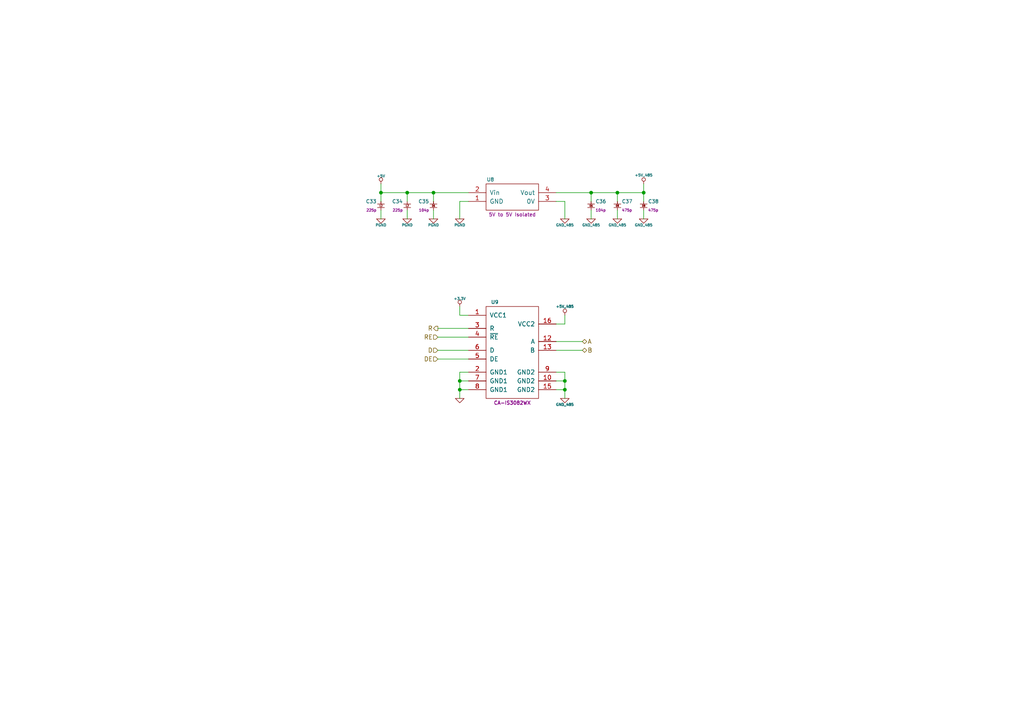
<source format=kicad_sch>
(kicad_sch (version 20231120) (generator "eeschema") (generator_version "8.0")
  (paper "A4")
  (lib_symbols
    (symbol "+5V_ISO_1" (power) (pin_names (offset 1.016))
      (property "Value" "+5V_485" (at 0 2.54 0))
      (symbol "+5V_ISO_1_0_1"
        (polyline (pts (xy 0 0) (xy 0 0.762) (xy 0 0.762) (xy 0 0.762)))
        (circle (center 0 1.27) (radius 0.508))
      )
      (symbol "+5V_ISO_1_1_0"
        (pin power_in line (at 0 0 90) (length 0) hide (name "+5V_485") (number "1"))
      )
    )
    (symbol "Capacitor_MLCC:0603B104K500" (pin_numbers hide) (pin_names (offset 1.016) hide)
      (property "Reference" "C" (at 1.27 1.27 0))
      (property "#Value" "104p" (at 1.27 -1.27 0))
      (symbol "0603B104K500_0_0"
        (text "06" (at 0 0 0) (effects (font (size 0.508 0.508))))
      )
      (symbol "0603B104K500_0_1"
        (polyline (pts (xy -1.016 -0.508) (xy 1.016 -0.508)))
        (polyline (pts (xy -1.016 0.508) (xy 1.016 0.508)))
        (polyline (pts (xy 0 1.27) (xy 0 0.635) (xy 0 0.635)))
      )
      (symbol "0603B104K500_1_1"
        (pin passive line (at 0 -1.27 90) (length 0.762) (name "~") (number "1"))
        (pin passive line (at 0 1.27 270) (length 0.762) (name "~") (number "2"))
      )
    )
    (symbol "Capacitor_MLCC:0805B475K160" (pin_numbers hide) (pin_names (offset 1.016) hide)
      (property "Reference" "C" (at 1.27 1.27 0))
      (property "#Value" "475p" (at 1.27 -1.27 0))
      (symbol "0805B475K160_0_0"
        (text "08" (at 0 0 0) (effects (font (size 0.508 0.508))))
      )
      (symbol "0805B475K160_0_1"
        (polyline (pts (xy -1.016 -0.508) (xy 1.016 -0.508)))
        (polyline (pts (xy -1.016 0.508) (xy 1.016 0.508)))
        (polyline (pts (xy 0 1.27) (xy 0 0.635) (xy 0 0.635)))
      )
      (symbol "0805B475K160_1_1"
        (pin passive line (at 0 -1.27 90) (length 0.762) (name "~") (number "1"))
        (pin passive line (at 0 1.27 270) (length 0.762) (name "~") (number "2"))
      )
    )
    (symbol "Capacitor_MLCC:1206B225K500" (pin_numbers hide) (pin_names (offset 1.016) hide)
      (property "Reference" "C" (at 1.27 1.27 0))
      (property "#Value" "225p" (at 1.27 -1.27 0))
      (symbol "1206B225K500_0_0"
        (text "12" (at 0 0 0) (effects (font (size 0.508 0.508))))
      )
      (symbol "1206B225K500_0_1"
        (polyline (pts (xy -1.016 -0.508) (xy 1.016 -0.508)))
        (polyline (pts (xy -1.016 0.508) (xy 1.016 0.508)))
        (polyline (pts (xy 0 1.27) (xy 0 0.635) (xy 0 0.635)))
      )
      (symbol "1206B225K500_1_1"
        (pin passive line (at 0 -1.27 90) (length 0.762) (name "~") (number "1"))
        (pin passive line (at 0 1.27 270) (length 0.762) (name "~") (number "2"))
      )
    )
    (symbol "GND_ISO_1" (power) (pin_names (offset 0))
      (property "Value" "GND_485" (at 0 -1.778 0))
      (symbol "GND_ISO_1_0_1"
        (polyline (pts (xy -1.27 0) (xy 0 -1.27) (xy 1.27 0) (xy -1.27 0)))
      )
      (symbol "GND_ISO_1_1_1"
        (pin power_in line (at 0 0 90) (length 0) hide (name "GND_485") (number "1"))
      )
    )
    (symbol "Power_Module:B0505S-1W_ReSine PS" (pin_names (offset 1.016))
      (property "Reference" "U" (at -6.35 10.16 0))
      (property "#Value" "5V to 5V Isolated" (at 0 0 0))
      (symbol "B0505S-1W_ReSine PS_0_1"
        (rectangle (start -7.62 8.89) (end 7.62 1.27))
      )
      (symbol "B0505S-1W_ReSine PS_1_1"
        (pin power_in line (at -12.7 3.81 0) (length 5.08) (name "GND") (number "1"))
        (pin power_in line (at -12.7 6.35 0) (length 5.08) (name "Vin") (number "2"))
        (pin power_out line (at 12.7 3.81 180) (length 5.08) (name "0V") (number "3"))
        (pin power_out line (at 12.7 6.35 180) (length 5.08) (name "Vout") (number "4"))
      )
    )
    (symbol "Transceiver:CA-IS3082WX" (pin_names (offset 1.016))
      (property "Reference" "U" (at -5.08 29.21 0))
      (property "#Value" "CA-IS3082WX" (at 0 0 0))
      (symbol "CA-IS3082WX_0_1"
        (rectangle (start -7.62 27.94) (end 7.62 1.27))
      )
      (symbol "CA-IS3082WX_1_1"
        (pin power_in line (at -12.7 25.4 0) (length 5.08) (name "VCC1") (number "1"))
        (pin power_in line (at 12.7 6.35 180) (length 5.08) (name "GND2") (number "10"))
        (pin bidirectional line (at 12.7 17.78 180) (length 5.08) (name "A") (number "12"))
        (pin bidirectional line (at 12.7 15.24 180) (length 5.08) (name "B") (number "13"))
        (pin power_in line (at 12.7 3.81 180) (length 5.08) (name "GND2") (number "15"))
        (pin power_in line (at 12.7 22.86 180) (length 5.08) (name "VCC2") (number "16"))
        (pin power_in line (at -12.7 8.89 0) (length 5.08) (name "GND1") (number "2"))
        (pin output line (at -12.7 21.59 0) (length 5.08) (name "R") (number "3"))
        (pin input line (at -12.7 19.05 0) (length 5.08) (name "~{RE}") (number "4"))
        (pin input line (at -12.7 12.7 0) (length 5.08) (name "DE") (number "5"))
        (pin input line (at -12.7 15.24 0) (length 5.08) (name "D") (number "6"))
        (pin power_in line (at -12.7 6.35 0) (length 5.08) (name "GND1") (number "7"))
        (pin power_in line (at -12.7 3.81 0) (length 5.08) (name "GND1") (number "8"))
        (pin power_in line (at 12.7 8.89 180) (length 5.08) (name "GND2") (number "9"))
      )
    )
    (symbol "power:+3.3V" (power) (pin_names (offset 1.016))
      (property "Value" "+3.3V" (at 0 2.286 0))
      (symbol "+3.3V_0_0"
        (pin power_in line (at 0 0 90) (length 0) hide (name "+3.3V") (number "1"))
      )
      (symbol "+3.3V_0_1"
        (polyline (pts (xy 0 0) (xy 0 0.762) (xy 0 0.762) (xy 0 0.762)))
        (circle (center 0 1.27) (radius 0.508))
      )
    )
    (symbol "power:+5V" (power) (pin_names (offset 1.016))
      (property "Value" "+5V" (at 0 2.286 0))
      (symbol "+5V_0_0"
        (pin power_in line (at 0 0 90) (length 0) hide (name "+5V") (number "1"))
      )
      (symbol "+5V_0_1"
        (polyline (pts (xy 0 0) (xy 0 0.762) (xy 0 0.762) (xy 0 0.762)))
        (circle (center 0 1.27) (radius 0.508))
      )
    )
    (symbol "power:GND" (power) (pin_names (offset 0))
      (symbol "GND_0_1"
        (polyline (pts (xy -1.27 0) (xy 0 -1.27) (xy 1.27 0) (xy -1.27 0)))
      )
      (symbol "GND_1_1"
        (pin power_in line (at 0 0 90) (length 0) hide (name "GND") (number "1"))
      )
    )
    (symbol "power:PGND" (power) (pin_names (offset 0))
      (property "Value" "PGND" (at 0 -1.778 0))
      (symbol "PGND_0_1"
        (polyline (pts (xy -1.27 0) (xy 0 -1.27) (xy 1.27 0) (xy -1.27 0)))
      )
      (symbol "PGND_1_1"
        (pin power_in line (at 0 0 90) (length 0) hide (name "PGND") (number "1"))
      )
    )
  )
  (junction (at 163.83 113.03))
  (junction (at 125.73 55.88))
  (junction (at 118.11 55.88))
  (junction (at 133.35 110.49))
  (junction (at 163.83 110.49))
  (junction (at 110.49 55.88))
  (junction (at 133.35 113.03))
  (junction (at 179.07 55.88))
  (junction (at 171.45 55.88))
  (junction (at 186.69 55.88))
  (wire (pts (xy 163.83 113.03) (xy 161.29 113.03)))
  (wire (pts (xy 179.07 60.96) (xy 179.07 63.5)))
  (wire (pts (xy 127 95.25) (xy 135.89 95.25)))
  (wire (pts (xy 125.73 55.88) (xy 135.89 55.88)))
  (wire (pts (xy 161.29 110.49) (xy 163.83 110.49)))
  (wire (pts (xy 163.83 115.57) (xy 163.83 113.03)))
  (wire (pts (xy 110.49 60.96) (xy 110.49 63.5)))
  (wire (pts (xy 163.83 91.44) (xy 163.83 93.98)))
  (wire (pts (xy 133.35 113.03) (xy 135.89 113.03)))
  (wire (pts (xy 171.45 55.88) (xy 171.45 58.42)))
  (wire (pts (xy 133.35 110.49) (xy 135.89 110.49)))
  (wire (pts (xy 110.49 55.88) (xy 110.49 58.42)))
  (wire (pts (xy 163.83 58.42) (xy 163.83 63.5)))
  (wire (pts (xy 127 104.14) (xy 135.89 104.14)))
  (wire (pts (xy 133.35 88.9) (xy 133.35 91.44)))
  (wire (pts (xy 161.29 99.06) (xy 168.91 99.06)))
  (wire (pts (xy 186.69 60.96) (xy 186.69 63.5)))
  (wire (pts (xy 163.83 107.95) (xy 163.83 110.49)))
  (wire (pts (xy 125.73 60.96) (xy 125.73 63.5)))
  (wire (pts (xy 127 97.79) (xy 135.89 97.79)))
  (wire (pts (xy 135.89 58.42) (xy 133.35 58.42)))
  (wire (pts (xy 161.29 101.6) (xy 168.91 101.6)))
  (wire (pts (xy 135.89 91.44) (xy 133.35 91.44)))
  (wire (pts (xy 110.49 53.34) (xy 110.49 55.88)))
  (wire (pts (xy 118.11 55.88) (xy 110.49 55.88)))
  (wire (pts (xy 163.83 110.49) (xy 163.83 113.03)))
  (wire (pts (xy 161.29 107.95) (xy 163.83 107.95)))
  (wire (pts (xy 161.29 93.98) (xy 163.83 93.98)))
  (wire (pts (xy 186.69 53.34) (xy 186.69 55.88)))
  (wire (pts (xy 135.89 107.95) (xy 133.35 107.95)))
  (wire (pts (xy 161.29 58.42) (xy 163.83 58.42)))
  (wire (pts (xy 133.35 110.49) (xy 133.35 113.03)))
  (wire (pts (xy 133.35 58.42) (xy 133.35 63.5)))
  (wire (pts (xy 127 101.6) (xy 135.89 101.6)))
  (wire (pts (xy 125.73 55.88) (xy 125.73 58.42)))
  (wire (pts (xy 133.35 107.95) (xy 133.35 110.49)))
  (wire (pts (xy 125.73 55.88) (xy 118.11 55.88)))
  (wire (pts (xy 118.11 55.88) (xy 118.11 58.42)))
  (wire (pts (xy 186.69 55.88) (xy 186.69 58.42)))
  (wire (pts (xy 171.45 55.88) (xy 179.07 55.88)))
  (wire (pts (xy 133.35 113.03) (xy 133.35 115.57)))
  (wire (pts (xy 171.45 60.96) (xy 171.45 63.5)))
  (wire (pts (xy 179.07 55.88) (xy 179.07 58.42)))
  (wire (pts (xy 118.11 60.96) (xy 118.11 63.5)))
  (wire (pts (xy 179.07 55.88) (xy 186.69 55.88)))
  (wire (pts (xy 161.29 55.88) (xy 171.45 55.88)))
  (hierarchical_label "R" (shape output) (at 127 95.25 180))
  (hierarchical_label "D" (shape input) (at 127 101.6 180))
  (hierarchical_label "RE" (shape input) (at 127 97.79 180))
  (hierarchical_label "B" (shape bidirectional) (at 168.91 101.6 0))
  (hierarchical_label "A" (shape bidirectional) (at 168.91 99.06 0))
  (hierarchical_label "DE" (shape input) (at 127 104.14 180))
  (symbol (lib_name "GND_ISO_1") (lib_id "power:GND_ISO") (at 163.83 63.5 0) (unit 1)
    (property "Reference" "#GND_01" (effects (hide yes)))
    (property "Value" "GND_485" (at 163.83 65.278 0) (effects (font (size 0.762 0.762))))
  )
  (symbol (lib_name "+5V_ISO_1") (lib_id "power:+5V_ISO") (at 186.69 53.34 0) (unit 1)
    (property "Reference" "#5V_485" (effects (hide yes)))
    (property "Value" "+5V_485" (at 186.69 50.8 0) (effects (font (size 0.762 0.762))))
  )
  (symbol (lib_id "power:PGND") (at 118.11 63.5 0) (unit 1)
    (property "Reference" "#PWR063" (effects (hide yes)))
    (property "Value" "PGND" (at 118.11 65.278 0) (effects (font (size 0.762 0.762))))
  )
  (symbol (lib_id "Power_Module:B0505S-1W_ReSine PS") (at 148.59 62.23 0) (unit 1)
    (property "Reference" "U8" (at 142.24 52.07 0) (effects (font (size 1.016 1.016))))
    (property "Value" "B0505S-1W" (effects (hide yes)))
    (property "Footprint" "ReSine PS:BXXS-1W" (effects (hide yes)))
    (property "Description" "1W, FIXED INPUT ISOLATED & UNREGULATED SINGLE OUTPUT MINIATURE SIP PACKAGE" (effects (hide yes)))
    (property "Manufacturer" "ReSine PS" (effects (hide yes)))
    (property "#Value" "5V to 5V Isolated" (at 148.59 62.23 0) (effects (font (size 1.016 1.016))))
  )
  (symbol (lib_id "power:+3.3V") (at 133.35 88.9 0) (unit 1)
    (property "Reference" "#PWR071" (effects (hide yes)))
    (property "Value" "+3.3V" (at 133.35 86.614 0) (effects (font (size 0.762 0.762))))
  )
  (symbol (lib_id "Transceiver:CA-IS3082WX") (at 148.59 116.84 0) (unit 1)
    (property "Reference" "U9" (at 143.51 87.63 0) (effects (font (size 1.016 1.016))))
    (property "Value" "CA-IS3082WX" (effects (hide yes)))
    (property "Footprint" "SO:SOIC-16-WB" (effects (hide yes)))
    (property "Description" "5-kVRMS Isolated RS-485/RS-422 Transceiver" (effects (hide yes)))
    (property "Manufacturer" "TI" (effects (hide yes)))
    (property "#Value" "CA-IS3082WX" (at 148.59 116.84 0) (effects (font (size 1.016 1.016))))
  )
  (symbol (lib_id "power:GND") (at 133.35 115.57 0) (unit 1)
    (property "Reference" "#PWR072" (effects (hide yes)))
    (property "Value" "GND" (effects (hide yes)))
  )
  (symbol (lib_id "power:PGND") (at 110.49 63.5 0) (unit 1)
    (property "Reference" "#PWR062" (effects (hide yes)))
    (property "Value" "PGND" (at 110.49 65.278 0) (effects (font (size 0.762 0.762))))
  )
  (symbol (lib_name "GND_ISO_1") (lib_id "power:GND_ISO") (at 186.69 63.5 0) (unit 1)
    (property "Reference" "#GND_04" (effects (hide yes)))
    (property "Value" "GND_485" (at 186.69 65.278 0) (effects (font (size 0.762 0.762))))
  )
  (symbol (lib_id "power:PGND") (at 133.35 63.5 0) (unit 1)
    (property "Reference" "#PWR065" (effects (hide yes)))
    (property "Value" "PGND" (at 133.35 65.278 0) (effects (font (size 0.762 0.762))))
  )
  (symbol (lib_id "Capacitor_MLCC:0805B475K160") (at 186.69 59.69 0) (unit 1)
    (property "Reference" "C38" (at 187.96 58.42 0) (effects (font (size 1.016 1.016)) (justify left)))
    (property "Value" "0805B475K160" (effects (hide yes)))
    (property "Footprint" "SMC:0805" (effects (hide yes)))
    (property "Description" "4.7uF ±10% 16V X7R" (effects (hide yes)))
    (property "Manufacturer" "WALSIN" (effects (hide yes)))
    (property "#Value" "475p" (at 187.96 60.96 0) (effects (font (size 0.762 0.762)) (justify left)))
  )
  (symbol (lib_name "GND_ISO_1") (lib_id "power:GND_ISO") (at 171.45 63.5 0) (unit 1)
    (property "Reference" "#GND_02" (effects (hide yes)))
    (property "Value" "GND_485" (at 171.45 65.278 0) (effects (font (size 0.762 0.762))))
  )
  (symbol (lib_id "power:+5V") (at 110.49 53.34 0) (unit 1)
    (property "Reference" "#PWR061" (effects (hide yes)))
    (property "Value" "+5V" (at 110.49 51.054 0) (effects (font (size 0.762 0.762))))
  )
  (symbol (lib_id "Capacitor_MLCC:1206B225K500") (at 118.11 59.69 0) (mirror y) (unit 1)
    (property "Reference" "C34" (at 116.84 58.42 0) (effects (font (size 1.016 1.016)) (justify left)))
    (property "Value" "1206B225K500" (effects (hide yes)))
    (property "Footprint" "SMC:0805" (effects (hide yes)))
    (property "Description" "2.2uF ±10% 50V X7R" (effects (hide yes)))
    (property "Manufacturer" "WALSIN" (effects (hide yes)))
    (property "#Value" "225p" (at 116.84 60.96 0) (effects (font (size 0.762 0.762)) (justify left)))
  )
  (symbol (lib_id "Capacitor_MLCC:0805B475K160") (at 179.07 59.69 0) (unit 1)
    (property "Reference" "C37" (at 180.34 58.42 0) (effects (font (size 1.016 1.016)) (justify left)))
    (property "Value" "0805B475K160" (effects (hide yes)))
    (property "Footprint" "SMC:0805" (effects (hide yes)))
    (property "Description" "4.7uF ±10% 16V X7R" (effects (hide yes)))
    (property "Manufacturer" "WALSIN" (effects (hide yes)))
    (property "#Value" "475p" (at 180.34 60.96 0) (effects (font (size 0.762 0.762)) (justify left)))
  )
  (symbol (lib_id "power:PGND") (at 125.73 63.5 0) (unit 1)
    (property "Reference" "#PWR064" (effects (hide yes)))
    (property "Value" "PGND" (at 125.73 65.278 0) (effects (font (size 0.762 0.762))))
  )
  (symbol (lib_name "GND_ISO_1") (lib_id "power:GND_ISO") (at 179.07 63.5 0) (unit 1)
    (property "Reference" "#GND_03" (effects (hide yes)))
    (property "Value" "GND_485" (at 179.07 65.278 0) (effects (font (size 0.762 0.762))))
  )
  (symbol (lib_name "+5V_ISO_1") (lib_id "power:+5V_ISO") (at 163.83 91.44 0) (unit 1)
    (property "Reference" "#5V_01" (effects (hide yes)))
    (property "Value" "+5V_485" (at 163.83 88.9 0) (effects (font (size 0.762 0.762))))
  )
  (symbol (lib_id "Capacitor_MLCC:0603B104K500") (at 125.73 59.69 0) (mirror y) (unit 1)
    (property "Reference" "C35" (at 124.46 58.42 0) (effects (font (size 1.016 1.016)) (justify left)))
    (property "Value" "0603B104K500" (effects (hide yes)))
    (property "Footprint" "SMC:0603" (effects (hide yes)))
    (property "Description" "100nF ±10% 50V X7R" (effects (hide yes)))
    (property "Manufacturer" "WALSIN" (effects (hide yes)))
    (property "#Value" "104p" (at 124.46 60.96 0) (effects (font (size 0.762 0.762)) (justify left)))
  )
  (symbol (lib_id "Capacitor_MLCC:0603B104K500") (at 171.45 59.69 0) (unit 1)
    (property "Reference" "C36" (at 172.72 58.42 0) (effects (font (size 1.016 1.016)) (justify left)))
    (property "Value" "0603B104K500" (effects (hide yes)))
    (property "Footprint" "SMC:0603" (effects (hide yes)))
    (property "Description" "100nF ±10% 50V X7R" (effects (hide yes)))
    (property "Manufacturer" "WALSIN" (effects (hide yes)))
    (property "#Value" "104p" (at 172.72 60.96 0) (effects (font (size 0.762 0.762)) (justify left)))
  )
  (symbol (lib_id "Capacitor_MLCC:1206B225K500") (at 110.49 59.69 0) (mirror y) (unit 1)
    (property "Reference" "C33" (at 109.22 58.42 0) (effects (font (size 1.016 1.016)) (justify left)))
    (property "Value" "1206B225K500" (effects (hide yes)))
    (property "Footprint" "SMC:0805" (effects (hide yes)))
    (property "Description" "2.2uF ±10% 50V X7R" (effects (hide yes)))
    (property "Manufacturer" "WALSIN" (effects (hide yes)))
    (property "#Value" "225p" (at 109.22 60.96 0) (effects (font (size 0.762 0.762)) (justify left)))
  )
  (symbol (lib_name "GND_ISO_1") (lib_id "power:GND_ISO") (at 163.83 115.57 0) (unit 1)
    (property "Reference" "#GND_05" (effects (hide yes)))
    (property "Value" "GND_485" (at 163.83 117.348 0) (effects (font (size 0.762 0.762))))
  )
)
</source>
